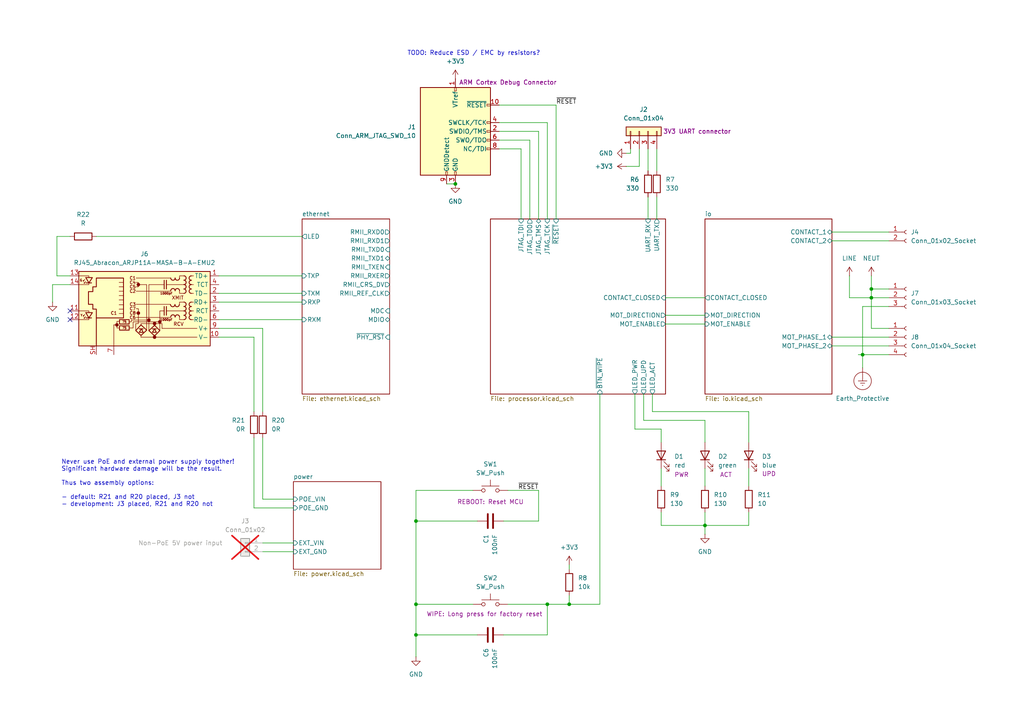
<source format=kicad_sch>
(kicad_sch (version 20250114) (generator "eeschema") (generator_version "9.0")
  (paper "A4")
  (title_block (title "iot-contact"))
  (lib_symbols
    (symbol "Connector:Conn_01x02_Socket" (pin_names (offset 1.016) (hide yes))
      (property "Reference" "J" (at 0 2.54 0))
      (property "Value" "Conn_01x02_Socket" (at 0 -5.08 0))
      (symbol "Conn_01x02_Socket_1_1"
        (polyline (pts (xy -1.27 0) (xy -0.508 0)) (stroke (width 0.1524)))
        (polyline (pts (xy -1.27 -2.54) (xy -0.508 -2.54)) (stroke (width 0.1524)))
        (arc (start 0 -0.508) (mid -0.5058 0) (end 0 0.508) (stroke (width 0.1524)))
        (arc (start 0 -3.048) (mid -0.5058 -2.54) (end 0 -2.032) (stroke (width 0.1524)))
        (pin passive line (at -5.08 0 0) (length 3.81) (name "Pin_1") (number "1"))
        (pin passive line (at -5.08 -2.54 0) (length 3.81) (name "Pin_2") (number "2"))
      )
    )
    (symbol "Connector:Conn_01x03_Socket" (pin_names (offset 1.016) (hide yes))
      (property "Reference" "J" (at 0 5.08 0))
      (property "Value" "Conn_01x03_Socket" (at 0 -5.08 0))
      (symbol "Conn_01x03_Socket_1_1"
        (polyline (pts (xy -1.27 2.54) (xy -0.508 2.54)) (stroke (width 0.1524)))
        (polyline (pts (xy -1.27 0) (xy -0.508 0)) (stroke (width 0.1524)))
        (polyline (pts (xy -1.27 -2.54) (xy -0.508 -2.54)) (stroke (width 0.1524)))
        (arc (start 0 2.032) (mid -0.5058 2.54) (end 0 3.048) (stroke (width 0.1524)))
        (arc (start 0 -0.508) (mid -0.5058 0) (end 0 0.508) (stroke (width 0.1524)))
        (arc (start 0 -3.048) (mid -0.5058 -2.54) (end 0 -2.032) (stroke (width 0.1524)))
        (pin passive line (at -5.08 2.54 0) (length 3.81) (name "Pin_1") (number "1"))
        (pin passive line (at -5.08 0 0) (length 3.81) (name "Pin_2") (number "2"))
        (pin passive line (at -5.08 -2.54 0) (length 3.81) (name "Pin_3") (number "3"))
      )
    )
    (symbol "Connector:Conn_01x04_Socket" (pin_names (offset 1.016) (hide yes))
      (property "Reference" "J" (at 0 5.08 0))
      (property "Value" "Conn_01x04_Socket" (at 0 -7.62 0))
      (symbol "Conn_01x04_Socket_1_1"
        (polyline (pts (xy -1.27 2.54) (xy -0.508 2.54)) (stroke (width 0.1524)))
        (polyline (pts (xy -1.27 0) (xy -0.508 0)) (stroke (width 0.1524)))
        (polyline (pts (xy -1.27 -2.54) (xy -0.508 -2.54)) (stroke (width 0.1524)))
        (polyline (pts (xy -1.27 -5.08) (xy -0.508 -5.08)) (stroke (width 0.1524)))
        (arc (start 0 2.032) (mid -0.5058 2.54) (end 0 3.048) (stroke (width 0.1524)))
        (arc (start 0 -0.508) (mid -0.5058 0) (end 0 0.508) (stroke (width 0.1524)))
        (arc (start 0 -3.048) (mid -0.5058 -2.54) (end 0 -2.032) (stroke (width 0.1524)))
        (arc (start 0 -5.588) (mid -0.5058 -5.08) (end 0 -4.572) (stroke (width 0.1524)))
        (pin passive line (at -5.08 2.54 0) (length 3.81) (name "Pin_1") (number "1"))
        (pin passive line (at -5.08 0 0) (length 3.81) (name "Pin_2") (number "2"))
        (pin passive line (at -5.08 -2.54 0) (length 3.81) (name "Pin_3") (number "3"))
        (pin passive line (at -5.08 -5.08 0) (length 3.81) (name "Pin_4") (number "4"))
      )
    )
    (symbol "Connector:Conn_ARM_JTAG_SWD_10" (pin_names (offset 1.016))
      (property "Reference" "J" (at -2.54 16.51 0))
      (property "Value" "Conn_ARM_JTAG_SWD_10" (at -2.54 13.97 0))
      (symbol "Conn_ARM_JTAG_SWD_10_0_1"
        (rectangle (start -10.16 12.7) (end 10.16 -12.7) (stroke (width 0.254)) (fill (type background)))
        (rectangle (start -2.794 -12.7) (end -2.286 -11.684))
        (rectangle (start -0.254 12.7) (end 0.254 11.684))
        (rectangle (start -0.254 -12.7) (end 0.254 -11.684))
        (rectangle (start 9.144 2.286) (end 10.16 2.794))
        (rectangle (start 10.16 7.874) (end 9.144 7.366))
        (rectangle (start 10.16 -0.254) (end 9.144 0.254))
        (rectangle (start 10.16 -2.794) (end 9.144 -2.286))
      )
      (symbol "Conn_ARM_JTAG_SWD_10_1_1"
        (rectangle (start 9.144 -5.334) (end 10.16 -4.826))
        (pin no_connect line (at -10.16 0 0) (length 2.54) (hide yes) (name "KEY") (number "7"))
        (pin passive line (at -2.54 -15.24 90) (length 2.54) (name "GNDDetect") (number "9"))
        (pin power_in line (at 0 15.24 270) (length 2.54) (name "VTref") (number "1"))
        (pin power_in line (at 0 -15.24 90) (length 2.54) (name "GND") (number "3"))
        (pin passive line (at 0 -15.24 90) (length 2.54) (hide yes) (name "GND") (number "5"))
        (pin open_collector line (at 12.7 7.62 180) (length 2.54) (name "~{RESET}") (number "10"))
        (pin output line (at 12.7 2.54 180) (length 2.54) (name "SWCLK/TCK") (number "4"))
        (pin bidirectional line (at 12.7 0 180) (length 2.54) (name "SWDIO/TMS") (number "2"))
        (pin input line (at 12.7 -2.54 180) (length 2.54) (name "SWO/TDO") (number "6"))
        (pin output line (at 12.7 -5.08 180) (length 2.54) (name "NC/TDI") (number "8"))
      )
    )
    (symbol "Connector:RJ45_Abracon_ARJP11A-MASA-B-A-EMU2"
      (property "Reference" "J" (at 18.415 12.7 0))
      (property "Value" "RJ45_Abracon_ARJP11A-MASA-B-A-EMU2" (at -4.445 12.7 0))
      (symbol "RJ45_Abracon_ARJP11A-MASA-B-A-EMU2_0_0"
        (polyline (pts (xy -5.08 8.89) (xy -5.08 6.35)) (stroke (width 0.254)))
        (polyline (pts (xy -5.08 1.27) (xy -5.08 -1.27)) (stroke (width 0.254)))
        (polyline (pts (xy -4.445 8.89) (xy -4.445 6.35)) (stroke (width 0.254)))
        (polyline (pts (xy -4.445 1.27) (xy -4.445 -1.27)) (stroke (width 0.254)))
        (circle (center -3.175 -3.175) (radius 0.0001) (stroke (width 0.508)))
        (circle (center -1.651 -3.683) (radius 0.0001) (stroke (width 0.508)))
        (circle (center -1.651 -7.62) (radius 0.0001) (stroke (width 0.508)))
        (circle (center 0 -2.667) (radius 0.0001) (stroke (width 0.508)))
        (circle (center 3.048 7.62) (radius 0.0001) (stroke (width 0.508)))
        (circle (center 3.048 -0.635) (radius 0.0001) (stroke (width 0.508)))
        (polyline (pts (xy 3.683 8.255) (xy 3.048 8.255) (xy 3.048 6.985) (xy 3.683 6.985)))
        (polyline (pts (xy 3.683 0.635) (xy 3.048 0.635) (xy 3.048 -0.635) (xy 3.683 -0.635)))
        (polyline (pts (xy 8.636 -4.953) (xy 9.271 -4.953) (xy 9.271 -3.048) (xy 8.636 -3.048)))
        (polyline (pts (xy 9.271 -4.064) (xy 10.16 -4.064)))
        (circle (center 9.271 -4.064) (radius 0.0001) (stroke (width 0.508)))
        (polyline (pts (xy 17.399 9.652) (xy 17.399 10.16) (xy 20.32 10.16)))
        (polyline (pts (xy 17.399 -0.508) (xy 17.399 0) (xy 20.32 0)))
        (polyline (pts (xy 20.32 7.62) (xy 17.399 7.62) (xy 17.399 8.128)))
        (polyline (pts (xy 20.32 -2.54) (xy 17.399 -2.54) (xy 17.399 -2.032)))
        (text "XMIT" (at -10.16 3.81 0) (effects (font (size 1.016 1.016)) (justify left)))
        (text "RCV" (at -10.16 -3.81 0) (effects (font (size 1.016 1.016)) (justify left)))
        (text "C1" (at 4.699 9.525 0) (effects (font (size 0.889 0.889))))
        (text "C4" (at 4.699 8.255 0) (effects (font (size 0.889 0.889))))
        (text "C5" (at 4.699 6.985 0) (effects (font (size 0.889 0.889))))
        (text "C2" (at 4.699 5.715 0) (effects (font (size 0.889 0.889))))
        (text "C3" (at 4.699 1.905 0) (effects (font (size 0.889 0.889))))
        (text "C7" (at 4.699 0.635 0) (effects (font (size 0.889 0.889))))
        (text "C8" (at 4.699 -0.635 0) (effects (font (size 0.889 0.889))))
        (text "C6" (at 4.699 -1.905 0) (effects (font (size 0.889 0.889))))
        (text "C1" (at 10.16 -0.635 0) (effects (font (size 0.889 0.889))))
      )
      (symbol "RJ45_Abracon_ARJP11A-MASA-B-A-EMU2_0_1"
        (rectangle (start -17.78 11.43) (end 20.32 -10.16) (stroke (width 0.254)) (fill (type background)))
        (polyline (pts (xy -12.3163 10.16) (xy -12.9513 10.16)))
        (polyline (pts (xy -12.3163 7.62) (xy -12.9513 7.62)))
        (polyline (pts (xy -12.3163 5.08) (xy -12.9513 5.08)))
        (polyline (pts (xy -12.3163 2.54) (xy -12.9513 2.54)))
        (polyline (pts (xy -12.3163 0) (xy -12.9513 0)))
        (polyline (pts (xy -12.3163 -2.54) (xy -12.9513 -2.54)))
        (polyline (pts (xy -10.16 10.16) (xy -8.89 10.16) (xy -8.89 9.525)))
        (polyline (pts (xy -10.16 2.54) (xy -8.89 2.54) (xy -8.89 1.905)))
        (polyline (pts (xy -8.89 5.715) (xy -8.89 5.08) (xy -10.16 5.08)))
        (polyline (pts (xy -8.89 -1.905) (xy -8.89 -2.54) (xy -10.16 -2.54)))
        (polyline (pts (xy -6.35 9.525) (xy 3.683 9.525)))
        (polyline (pts (xy -6.35 5.715) (xy 3.683 5.715)))
        (polyline (pts (xy -6.35 -1.905) (xy 3.683 -1.905)))
        (polyline (pts (xy -6.223 1.905) (xy 3.683 1.905)))
        (polyline (pts (xy -5.08 7.62) (xy -10.16 7.62)))
        (polyline (pts (xy -5.08 0) (xy -10.16 0)))
        (polyline (pts (xy -4.445 7.62) (xy 0 7.62) (xy 0 -5.715)))
        (polyline (pts (xy -4.445 0) (xy -3.175 0) (xy -3.175 -5.715)))
        (polyline (pts (xy 7.366 5.715) (xy 8.636 5.715)))
        (polyline (pts (xy 7.366 4.445) (xy 8.636 4.445)))
        (polyline (pts (xy 7.366 3.175) (xy 8.636 3.175)))
        (polyline (pts (xy 7.366 1.778) (xy 8.636 1.778)))
        (polyline (pts (xy 7.366 0.508) (xy 8.636 0.508)))
        (polyline (pts (xy 8.636 8.255) (xy 7.366 8.255)))
        (polyline (pts (xy 8.636 6.985) (xy 7.366 6.985)))
        (polyline (pts (xy 8.636 -0.762) (xy 7.366 -0.762)))
      )
      (symbol "RJ45_Abracon_ARJP11A-MASA-B-A-EMU2_1_0"
        (text "1000pF" (at -5.08 5.08 0) (effects (font (size 0.635 0.635))))
        (text "1000pF" (at -5.08 -2.54 0) (effects (font (size 0.635 0.635))))
      )
      (symbol "RJ45_Abracon_ARJP11A-MASA-B-A-EMU2_1_1"
        (polyline (pts (xy -13.97 -5.08) (xy -3.81 -5.08)))
        (polyline (pts (xy -13.97 -7.62) (xy 2.286 -7.62)))
        (arc (start -12.3163 2.54) (mid -11.684 1.905) (end -12.3163 1.27) (stroke (width 0.254)))
        (arc (start -12.3136 10.16) (mid -11.6813 9.525) (end -12.3136 8.89) (stroke (width 0.254)))
        (arc (start -12.3136 1.27) (mid -11.6813 0.635) (end -12.3136 0) (stroke (width 0.254)))
        (arc (start -12.3136 0) (mid -11.6813 -0.635) (end -12.3136 -1.27) (stroke (width 0.254)))
        (arc (start -12.3136 -1.27) (mid -11.6813 -1.905) (end -12.3136 -2.54) (stroke (width 0.254)))
        (arc (start -12.3109 8.89) (mid -11.6786 8.255) (end -12.3109 7.62) (stroke (width 0.254)))
        (arc (start -12.3109 7.62) (mid -11.6786 6.985) (end -12.3109 6.35) (stroke (width 0.254)))
        (arc (start -12.3109 6.35) (mid -11.6786 5.715) (end -12.3109 5.08) (stroke (width 0.254)))
        (arc (start -10.1654 8.89) (mid -10.7977 9.525) (end -10.1654 10.16) (stroke (width 0.254)))
        (arc (start -10.1654 7.62) (mid -10.7977 8.255) (end -10.1654 8.89) (stroke (width 0.254)))
        (arc (start -10.1654 6.35) (mid -10.7977 6.985) (end -10.1654 7.62) (stroke (width 0.254)))
        (arc (start -10.1654 1.27) (mid -10.7977 1.905) (end -10.1654 2.54) (stroke (width 0.254)))
        (arc (start -10.1654 0) (mid -10.7977 0.635) (end -10.1654 1.27) (stroke (width 0.254)))
        (arc (start -10.1654 -1.27) (mid -10.7977 -0.635) (end -10.1654 0) (stroke (width 0.254)))
        (arc (start -10.1627 5.08) (mid -10.795 5.715) (end -10.1627 6.35) (stroke (width 0.254)))
        (arc (start -10.1627 -2.54) (mid -10.795 -1.905) (end -10.1627 -1.27) (stroke (width 0.254)))
        (arc (start -7.62 9.5223) (mid -8.255 8.89) (end -8.89 9.5223) (stroke (width 0.254)))
        (arc (start -8.89 5.8447) (mid -8.255 6.477) (end -7.62 5.8447) (stroke (width 0.254)))
        (arc (start -8.89 -1.7753) (mid -8.255 -1.143) (end -7.62 -1.7753) (stroke (width 0.254)))
        (arc (start -7.5565 1.8388) (mid -8.1915 1.2065) (end -8.8265 1.8388) (stroke (width 0.254)))
        (arc (start -6.35 9.525) (mid -6.985 8.8927) (end -7.62 9.525) (stroke (width 0.254)))
        (arc (start -7.62 5.8474) (mid -6.985 6.4797) (end -6.35 5.8474) (stroke (width 0.254)))
        (arc (start -7.62 -1.7726) (mid -6.985 -1.1403) (end -6.35 -1.7726) (stroke (width 0.254)))
        (arc (start -6.2865 1.8415) (mid -6.9215 1.2092) (end -7.5565 1.8415) (stroke (width 0.254)))
        (polyline (pts (xy -3.81 -5.08) (xy -3.81 -3.683) (xy -1.651 -3.683)))
        (polyline (pts (xy -2.159 -5.207) (xy -1.016 -5.207)) (stroke (width 0.254)))
        (polyline (pts (xy -2.159 -6.223) (xy -1.016 -6.223) (xy -1.651 -5.207) (xy -2.159 -6.223)) (stroke (width 0.254)))
        (polyline (pts (xy -1.905 -3.683) (xy -1.651 -3.683) (xy -1.651 -4.191)))
        (polyline (pts (xy -1.651 -3.683) (xy 2.286 -3.683) (xy 2.286 -4.064)))
        (polyline (pts (xy -1.651 -4.191) (xy -3.175 -5.715) (xy -1.651 -7.239) (xy 0 -5.715) (xy -1.651 -4.191)) (stroke (width 0.254)))
        (polyline (pts (xy -1.651 -7.239) (xy -1.651 -7.493)))
        (polyline (pts (xy 1.651 -5.207) (xy 2.794 -5.207)) (stroke (width 0.254)))
        (polyline (pts (xy 1.651 -6.223) (xy 2.794 -6.223) (xy 2.159 -5.207) (xy 1.651 -6.223)) (stroke (width 0.254)))
        (polyline (pts (xy 2.286 -4.064) (xy 0.635 -5.588) (xy 2.286 -7.112) (xy 3.81 -5.715) (xy 2.286 -4.064)) (stroke (width 0.254)))
        (polyline (pts (xy 2.286 -7.112) (xy 2.286 -7.62)))
        (polyline (pts (xy 3.048 7.62) (xy 0.635 7.62) (xy 0.635 -5.588)))
        (polyline (pts (xy 3.048 -0.508) (xy 3.048 -3.683) (xy 3.81 -3.683) (xy 3.81 -5.715)))
        (polyline (pts (xy 5.715 -3.175) (xy 5.08 -3.175) (xy 5.08 -2.667) (xy 0 -2.667)))
        (polyline (pts (xy 5.715 -4.953) (xy 4.572 -4.953) (xy 4.572 -3.175) (xy -3.175 -3.175)))
        (polyline (pts (xy 7.366 -2.032) (xy 7.366 9.525) (xy 15.24 9.525) (xy 15.24 6.985) (xy 16.256 6.985) (xy 16.256 5.588) (xy 17.526 5.588) (xy 17.526 1.905) (xy 16.256 1.905) (xy 16.256 0.508) (xy 15.24 0.508) (xy 15.24 -2.032) (xy 7.366 -2.032)) (stroke (width 0.254)))
        (rectangle (start 8.509 -3.81) (end 5.715 -2.54) (stroke (width 0.254)))
        (rectangle (start 8.509 -5.588) (end 5.715 -4.318) (stroke (width 0.254)))
        (polyline (pts (xy 10.16 -4.064) (xy 10.16 -10.16)))
        (polyline (pts (xy 15.24 -10.16) (xy 15.24 -2.032)) (stroke (width 0.254)))
        (polyline (pts (xy 18.161 8.128) (xy 16.637 8.128)) (stroke (width 0.254)))
        (polyline (pts (xy 18.161 -2.032) (xy 16.637 -2.032)) (stroke (width 0.254)))
        (polyline (pts (xy 18.288 9.652) (xy 16.383 9.652) (xy 17.399 8.128) (xy 18.288 9.652)) (stroke (width 0.254)))
        (polyline (pts (xy 18.288 8.509) (xy 18.796 8.001) (xy 18.542 8.001)))
        (polyline (pts (xy 18.288 -0.508) (xy 16.383 -0.508) (xy 17.399 -2.032) (xy 18.288 -0.508)) (stroke (width 0.254)))
        (polyline (pts (xy 18.288 -1.651) (xy 18.796 -2.159) (xy 18.542 -2.159)))
        (polyline (pts (xy 18.542 9.144) (xy 19.05 8.636) (xy 18.796 8.636)))
        (polyline (pts (xy 18.542 -1.016) (xy 19.05 -1.524) (xy 18.796 -1.524)))
        (polyline (pts (xy 18.796 8.001) (xy 18.796 8.255)))
        (polyline (pts (xy 18.796 -2.159) (xy 18.796 -1.905)))
        (polyline (pts (xy 19.05 8.636) (xy 19.05 8.89)))
        (polyline (pts (xy 19.05 -1.524) (xy 19.05 -1.27)))
        (text "75" (at 7.112 -3.175 0) (effects (font (size 0.635 0.635))))
        (text "75" (at 7.112 -4.953 0) (effects (font (size 0.635 0.635))))
        (text "Y" (at 19.558 -1.27 0) (effects (font (size 0.635 0.635))))
        (text "G" (at 19.685 8.89 0) (effects (font (size 0.635 0.635))))
        (pin passive line (at -20.32 10.16 0) (length 2.54) (name "TD+") (number "1"))
        (pin passive line (at -20.32 7.62 0) (length 2.54) (name "TCT") (number "4"))
        (pin passive line (at -20.32 5.08 0) (length 2.54) (name "TD-") (number "2"))
        (pin passive line (at -20.32 2.54 0) (length 2.54) (name "RD+") (number "3"))
        (pin passive line (at -20.32 0 0) (length 2.54) (name "RCT") (number "5"))
        (pin passive line (at -20.32 -2.54 0) (length 2.54) (name "RD-") (number "6"))
        (pin power_out line (at -20.32 -5.08 0) (length 2.54) (name "V+") (number "9"))
        (pin power_out line (at -20.32 -7.62 0) (length 2.54) (name "V-") (number "10"))
        (pin power_in line (at 10.16 -12.7 90) (length 2.54) (name "") (number "7"))
        (pin passive line (at 15.24 -12.7 90) (length 2.54) (name "") (number "SH"))
        (pin no_connect line (at 20.32 5.08 0) (length 0) (hide yes) (name "NC") (number "8"))
        (pin passive line (at 22.86 10.16 180) (length 2.54) (name "") (number "13"))
        (pin passive line (at 22.86 7.62 180) (length 2.54) (name "") (number "14"))
        (pin passive line (at 22.86 0 180) (length 2.54) (name "") (number "11"))
        (pin passive line (at 22.86 -2.54 180) (length 2.54) (name "") (number "12"))
      )
    )
    (symbol "Connector_Generic:Conn_01x02" (pin_names (offset 1.016) (hide yes))
      (property "Reference" "J" (at 0 2.54 0))
      (property "Value" "Conn_01x02" (at 0 -5.08 0))
      (symbol "Conn_01x02_1_1"
        (rectangle (start -1.27 1.27) (end 1.27 -3.81) (stroke (width 0.254)) (fill (type background)))
        (rectangle (start -1.27 0.127) (end 0 -0.127) (stroke (width 0.1524)))
        (rectangle (start -1.27 -2.413) (end 0 -2.667) (stroke (width 0.1524)))
        (pin passive line (at -5.08 0 0) (length 3.81) (name "Pin_1") (number "1"))
        (pin passive line (at -5.08 -2.54 0) (length 3.81) (name "Pin_2") (number "2"))
      )
    )
    (symbol "Connector_Generic:Conn_01x04" (pin_names (offset 1.016) (hide yes))
      (property "Reference" "J" (at 0 5.08 0))
      (property "Value" "Conn_01x04" (at 0 -7.62 0))
      (symbol "Conn_01x04_1_1"
        (rectangle (start -1.27 3.81) (end 1.27 -6.35) (stroke (width 0.254)) (fill (type background)))
        (rectangle (start -1.27 2.667) (end 0 2.413) (stroke (width 0.1524)))
        (rectangle (start -1.27 0.127) (end 0 -0.127) (stroke (width 0.1524)))
        (rectangle (start -1.27 -2.413) (end 0 -2.667) (stroke (width 0.1524)))
        (rectangle (start -1.27 -4.953) (end 0 -5.207) (stroke (width 0.1524)))
        (pin passive line (at -5.08 2.54 0) (length 3.81) (name "Pin_1") (number "1"))
        (pin passive line (at -5.08 0 0) (length 3.81) (name "Pin_2") (number "2"))
        (pin passive line (at -5.08 -2.54 0) (length 3.81) (name "Pin_3") (number "3"))
        (pin passive line (at -5.08 -5.08 0) (length 3.81) (name "Pin_4") (number "4"))
      )
    )
    (symbol "Device:C" (pin_numbers (hide yes)) (pin_names (offset 0.254))
      (property "Reference" "C" (at 0.635 2.54 0))
      (property "Value" "C" (at 0.635 -2.54 0))
      (symbol "C_0_1"
        (polyline (pts (xy -2.032 0.762) (xy 2.032 0.762)) (stroke (width 0.508)))
        (polyline (pts (xy -2.032 -0.762) (xy 2.032 -0.762)) (stroke (width 0.508)))
      )
      (symbol "C_1_1"
        (pin passive line (at 0 3.81 270) (length 2.794) (name "~") (number "1"))
        (pin passive line (at 0 -3.81 90) (length 2.794) (name "~") (number "2"))
      )
    )
    (symbol "Device:LED" (pin_numbers (hide yes)) (pin_names (offset 1.016) (hide yes))
      (property "Reference" "D" (at 0 2.54 0))
      (property "Value" "LED" (at 0 -2.54 0))
      (symbol "LED_0_1"
        (polyline (pts (xy -3.048 -0.762) (xy -4.572 -2.286) (xy -3.81 -2.286) (xy -4.572 -2.286) (xy -4.572 -1.524)))
        (polyline (pts (xy -1.778 -0.762) (xy -3.302 -2.286) (xy -2.54 -2.286) (xy -3.302 -2.286) (xy -3.302 -1.524)))
        (polyline (pts (xy -1.27 0) (xy 1.27 0)))
        (polyline (pts (xy -1.27 -1.27) (xy -1.27 1.27)) (stroke (width 0.254)))
        (polyline (pts (xy 1.27 -1.27) (xy 1.27 1.27) (xy -1.27 0) (xy 1.27 -1.27)) (stroke (width 0.254)))
      )
      (symbol "LED_1_1"
        (pin passive line (at -3.81 0 0) (length 2.54) (name "K") (number "1"))
        (pin passive line (at 3.81 0 180) (length 2.54) (name "A") (number "2"))
      )
    )
    (symbol "Device:R" (pin_numbers (hide yes)) (pin_names (offset 0))
      (property "Reference" "R" (at 2.032 0 90))
      (property "Value" "R" (at 0 0 90))
      (symbol "R_0_1"
        (rectangle (start -1.016 -2.54) (end 1.016 2.54) (stroke (width 0.254)))
      )
      (symbol "R_1_1"
        (pin passive line (at 0 3.81 270) (length 1.27) (name "~") (number "1"))
        (pin passive line (at 0 -3.81 90) (length 1.27) (name "~") (number "2"))
      )
    )
    (symbol "Switch:SW_Push" (pin_numbers (hide yes)) (pin_names (offset 1.016) (hide yes))
      (property "Reference" "SW" (at 1.27 2.54 0))
      (property "Value" "SW_Push" (at 0 -1.524 0))
      (symbol "SW_Push_0_1"
        (circle (center -2.032 0) (radius 0.508))
        (polyline (pts (xy 0 1.27) (xy 0 3.048)))
        (circle (center 2.032 0) (radius 0.508))
        (polyline (pts (xy 2.54 1.27) (xy -2.54 1.27)))
        (pin passive line (at -5.08 0 0) (length 2.54) (name "1") (number "1"))
        (pin passive line (at 5.08 0 180) (length 2.54) (name "2") (number "2"))
      )
    )
    (symbol "power:+3V3" (power) (pin_numbers (hide yes)) (pin_names (offset 0) (hide yes))
      (property "Value" "+3V3" (at 0 3.556 0))
      (symbol "+3V3_0_1"
        (polyline (pts (xy -0.762 1.27) (xy 0 2.54)))
        (polyline (pts (xy 0 2.54) (xy 0.762 1.27)))
        (polyline (pts (xy 0 0) (xy 0 2.54)))
      )
      (symbol "+3V3_1_1"
        (pin power_in line (at 0 0 90) (length 0) (name "~") (number "1"))
      )
    )
    (symbol "power:Earth_Protective" (power) (pin_numbers (hide yes)) (pin_names (offset 0) (hide yes))
      (property "Value" "Earth_Protective" (at 0 -7.62 0))
      (symbol "Earth_Protective_0_1"
        (polyline (pts (xy -0.635 -4.445) (xy 0.635 -4.445)))
        (polyline (pts (xy -0.127 -5.08) (xy 0.127 -5.08)))
        (polyline (pts (xy 0 -3.81) (xy 0 0)))
        (circle (center 0 -3.81) (radius 2.54))
        (polyline (pts (xy 1.27 -3.81) (xy -1.27 -3.81)))
      )
      (symbol "Earth_Protective_1_1"
        (pin power_in line (at 0 0 270) (length 0) (name "~") (number "1"))
      )
    )
    (symbol "power:GND" (power) (pin_numbers (hide yes)) (pin_names (offset 0) (hide yes))
      (property "Value" "GND" (at 0 -3.81 0))
      (symbol "GND_0_1"
        (polyline (pts (xy 0 0) (xy 0 -1.27) (xy 1.27 -1.27) (xy 0 -2.54) (xy -1.27 -1.27) (xy 0 -1.27)))
      )
      (symbol "GND_1_1"
        (pin power_in line (at 0 0 270) (length 0) (name "~") (number "1"))
      )
    )
    (symbol "power:LINE" (power) (pin_numbers (hide yes)) (pin_names (offset 0) (hide yes))
      (property "Value" "LINE" (at 0 3.556 0))
      (symbol "LINE_0_1"
        (polyline (pts (xy -0.762 1.27) (xy 0 2.54)))
        (polyline (pts (xy 0 2.54) (xy 0.762 1.27)))
        (polyline (pts (xy 0 0) (xy 0 2.54)))
      )
      (symbol "LINE_1_1"
        (pin power_in line (at 0 0 90) (length 0) (name "~") (number "1"))
      )
    )
    (symbol "power:NEUT" (power) (pin_numbers (hide yes)) (pin_names (offset 0) (hide yes))
      (property "Value" "NEUT" (at 0 3.556 0))
      (symbol "NEUT_0_1"
        (polyline (pts (xy -0.762 1.27) (xy 0 2.54)))
        (polyline (pts (xy 0 2.54) (xy 0.762 1.27)))
        (polyline (pts (xy 0 0) (xy 0 2.54)))
      )
      (symbol "NEUT_1_1"
        (pin power_in line (at 0 0 90) (length 0) (name "~") (number "1"))
      )
    )
  )
  (text "Never use PoE and external power supply together!\nSignificant hardware damage will be the result.\n\nThus two assembly options:\n\n- default: R21 and R20 placed, J3 not\n- development: J3 placed, R21 and R20 not" (at 17.78 140.208 0) (effects (font (size 1.27 1.27)) (justify left)))
  (text "TODO: Reduce ESD / EMC by resistors?" (at 137.414 15.494 0) (effects (font (size 1.27 1.27))))
  (junction (at 120.65 184.15))
  (junction (at 250.19 102.87))
  (junction (at 120.65 175.26))
  (junction (at 204.47 152.4))
  (junction (at 165.1 175.26))
  (junction (at 120.65 151.13))
  (junction (at 158.75 175.26))
  (junction (at 252.73 86.36))
  (junction (at 252.73 83.82))
  (junction (at 132.08 53.34))
  (no_connect (at 20.32 90.17))
  (no_connect (at 20.32 92.71))
  (wire (pts (xy 204.47 152.4) (xy 204.47 154.94)))
  (wire (pts (xy 153.67 40.64) (xy 153.67 63.5)))
  (wire (pts (xy 190.5 57.15) (xy 190.5 63.5)))
  (wire (pts (xy 120.65 175.26) (xy 137.16 175.26)))
  (wire (pts (xy 120.65 175.26) (xy 120.65 184.15)))
  (wire (pts (xy 241.3 97.79) (xy 257.81 97.79)))
  (wire (pts (xy 257.81 95.25) (xy 252.73 95.25)))
  (wire (pts (xy 76.2 127) (xy 76.2 144.78)))
  (wire (pts (xy 250.19 102.87) (xy 248.92 102.87)))
  (wire (pts (xy 241.3 67.31) (xy 257.81 67.31)))
  (wire (pts (xy 146.05 151.13) (xy 156.21 151.13)))
  (wire (pts (xy 185.42 48.26) (xy 181.61 48.26)))
  (wire (pts (xy 158.75 184.15) (xy 158.75 175.26)))
  (wire (pts (xy 252.73 86.36) (xy 257.81 86.36)))
  (wire (pts (xy 147.32 175.26) (xy 158.75 175.26)))
  (wire (pts (xy 191.77 148.59) (xy 191.77 152.4)))
  (wire (pts (xy 252.73 95.25) (xy 252.73 86.36)))
  (wire (pts (xy 20.32 82.55) (xy 15.24 82.55)))
  (wire (pts (xy 144.78 35.56) (xy 158.75 35.56)))
  (wire (pts (xy 165.1 175.26) (xy 158.75 175.26)))
  (wire (pts (xy 193.04 86.36) (xy 204.47 86.36)))
  (wire (pts (xy 144.78 30.48) (xy 161.29 30.48)))
  (wire (pts (xy 246.38 86.36) (xy 252.73 86.36)))
  (wire (pts (xy 161.29 30.48) (xy 161.29 63.5)))
  (wire (pts (xy 16.51 68.58) (xy 16.51 80.01)))
  (wire (pts (xy 173.99 114.3) (xy 173.99 175.26)))
  (wire (pts (xy 27.94 68.58) (xy 87.63 68.58)))
  (wire (pts (xy 120.65 142.24) (xy 120.65 151.13)))
  (wire (pts (xy 191.77 152.4) (xy 204.47 152.4)))
  (wire (pts (xy 241.3 69.85) (xy 257.81 69.85)))
  (wire (pts (xy 129.54 53.34) (xy 132.08 53.34)))
  (wire (pts (xy 16.51 80.01) (xy 20.32 80.01)))
  (wire (pts (xy 189.23 114.3) (xy 189.23 119.38)))
  (wire (pts (xy 144.78 40.64) (xy 153.67 40.64)))
  (wire (pts (xy 73.66 97.79) (xy 73.66 119.38)))
  (wire (pts (xy 181.61 44.45) (xy 182.88 44.45)))
  (wire (pts (xy 252.73 83.82) (xy 257.81 83.82)))
  (wire (pts (xy 187.96 57.15) (xy 187.96 63.5)))
  (wire (pts (xy 63.5 95.25) (xy 76.2 95.25)))
  (wire (pts (xy 120.65 151.13) (xy 120.65 175.26)))
  (wire (pts (xy 63.5 92.71) (xy 87.63 92.71)))
  (wire (pts (xy 184.15 124.46) (xy 184.15 114.3)))
  (wire (pts (xy 250.19 102.87) (xy 250.19 88.9)))
  (wire (pts (xy 185.42 43.18) (xy 185.42 48.26)))
  (wire (pts (xy 252.73 83.82) (xy 252.73 86.36)))
  (wire (pts (xy 217.17 135.89) (xy 217.17 140.97)))
  (wire (pts (xy 144.78 43.18) (xy 151.13 43.18)))
  (wire (pts (xy 120.65 151.13) (xy 138.43 151.13)))
  (wire (pts (xy 165.1 163.83) (xy 165.1 165.1)))
  (wire (pts (xy 187.96 43.18) (xy 187.96 49.53)))
  (wire (pts (xy 165.1 172.72) (xy 165.1 175.26)))
  (wire (pts (xy 182.88 44.45) (xy 182.88 43.18)))
  (wire (pts (xy 120.65 184.15) (xy 120.65 190.5)))
  (wire (pts (xy 76.2 160.02) (xy 85.09 160.02)))
  (wire (pts (xy 156.21 38.1) (xy 156.21 63.5)))
  (wire (pts (xy 73.66 127) (xy 73.66 147.32)))
  (wire (pts (xy 189.23 119.38) (xy 217.17 119.38)))
  (wire (pts (xy 63.5 97.79) (xy 73.66 97.79)))
  (wire (pts (xy 190.5 43.18) (xy 190.5 49.53)))
  (wire (pts (xy 193.04 91.44) (xy 204.47 91.44)))
  (wire (pts (xy 217.17 152.4) (xy 204.47 152.4)))
  (wire (pts (xy 76.2 144.78) (xy 85.09 144.78)))
  (wire (pts (xy 173.99 175.26) (xy 165.1 175.26)))
  (wire (pts (xy 158.75 35.56) (xy 158.75 63.5)))
  (wire (pts (xy 246.38 80.01) (xy 246.38 86.36)))
  (wire (pts (xy 186.69 114.3) (xy 186.69 121.92)))
  (wire (pts (xy 63.5 80.01) (xy 87.63 80.01)))
  (wire (pts (xy 250.19 102.87) (xy 257.81 102.87)))
  (wire (pts (xy 250.19 106.68) (xy 250.19 102.87)))
  (wire (pts (xy 144.78 38.1) (xy 156.21 38.1)))
  (wire (pts (xy 250.19 88.9) (xy 257.81 88.9)))
  (wire (pts (xy 191.77 124.46) (xy 191.77 128.27)))
  (wire (pts (xy 204.47 135.89) (xy 204.47 140.97)))
  (wire (pts (xy 204.47 121.92) (xy 204.47 128.27)))
  (wire (pts (xy 252.73 80.01) (xy 252.73 83.82)))
  (wire (pts (xy 151.13 43.18) (xy 151.13 63.5)))
  (wire (pts (xy 186.69 121.92) (xy 204.47 121.92)))
  (wire (pts (xy 76.2 157.48) (xy 85.09 157.48)))
  (wire (pts (xy 120.65 142.24) (xy 137.16 142.24)))
  (wire (pts (xy 217.17 119.38) (xy 217.17 128.27)))
  (wire (pts (xy 193.04 93.98) (xy 204.47 93.98)))
  (wire (pts (xy 191.77 124.46) (xy 184.15 124.46)))
  (wire (pts (xy 73.66 147.32) (xy 85.09 147.32)))
  (wire (pts (xy 191.77 135.89) (xy 191.77 140.97)))
  (wire (pts (xy 241.3 100.33) (xy 257.81 100.33)))
  (wire (pts (xy 204.47 148.59) (xy 204.47 152.4)))
  (wire (pts (xy 147.32 142.24) (xy 156.21 142.24)))
  (wire (pts (xy 20.32 68.58) (xy 16.51 68.58)))
  (wire (pts (xy 146.05 184.15) (xy 158.75 184.15)))
  (wire (pts (xy 15.24 82.55) (xy 15.24 87.63)))
  (wire (pts (xy 76.2 95.25) (xy 76.2 119.38)))
  (wire (pts (xy 217.17 148.59) (xy 217.17 152.4)))
  (wire (pts (xy 138.43 184.15) (xy 120.65 184.15)))
  (wire (pts (xy 63.5 85.09) (xy 87.63 85.09)))
  (wire (pts (xy 156.21 151.13) (xy 156.21 142.24)))
  (wire (pts (xy 63.5 87.63) (xy 87.63 87.63)))
  (label "~{RESET}" (at 161.29 30.48 0))
  (label "~{RESET}" (at 156.21 142.24 180))
  (symbol (lib_id "Device:R") (at 217.17 144.78 0) (unit 1)
    (property "Reference" "R11" (at 219.71 143.5099 0) (effects (justify left)))
    (property "Value" "10" (at 219.71 146.0499 0) (effects (justify left)))
    (property "Description" "Resistor" (effects (hide yes)))
  )
  (symbol (lib_id "Connector:RJ45_Abracon_ARJP11A-MASA-B-A-EMU2") (at 43.18 90.17 0) (mirror y) (unit 1)
    (property "Reference" "J6" (at 41.91 73.66 0))
    (property "Value" "RJ45_Abracon_ARJP11A-MASA-B-A-EMU2" (at 41.91 76.2 0))
    (property "Footprint" "Connector_RJ:RJ45_Abracon_ARJP11A-MA_Horizontal" (effects (hide yes)))
    (property "Datasheet" "https://abracon.com/Magnetics/lan/ARJP11A.PDF" (effects (hide yes)))
    (property "Description" "RJ45 PoE 10/100 Base-TX Jack with Magnetic Module" (effects (hide yes)))
  )
  (symbol (lib_id "Switch:SW_Push") (at 142.24 142.24 0) (mirror y) (unit 1)
    (property "Reference" "SW1" (at 142.24 134.62 0))
    (property "Value" "SW_Push" (at 142.24 137.16 0))
    (property "Footprint" "Button_Switch_SMD:SW_SPST_TL3305B" (effects (hide yes)))
    (property "Datasheet" "https://www.e-switch.com/wp-content/uploads/2024/08/TL3305.pdf" (effects (hide yes)))
    (property "Description" "REBOOT: Reset MCU" (at 132.588 145.542 0) (effects (justify right)))
    (property "MPN" "TL3305BF260QG" (effects (hide yes)))
    (property "Manufacturer" "E-Switch" (effects (hide yes)))
  )
  (symbol (lib_id "Connector:Conn_01x04_Socket") (at 262.89 97.79 0) (unit 1)
    (property "Reference" "J8" (at 264.16 97.7899 0) (effects (justify left)))
    (property "Value" "Conn_01x04_Socket" (at 264.16 100.3299 0) (effects (justify left)))
    (property "Footprint" "TerminalBlock_WAGO:TerminalBlock_WAGO_236-404_1x04_P5.00mm_45Degree" (effects (hide yes)))
    (property "Description" "Generic connector, single row, 01x04, script generated" (effects (hide yes)))
  )
  (symbol (lib_id "Device:R") (at 76.2 123.19 0) (unit 1)
    (property "Reference" "R20" (at 78.74 121.9199 0) (effects (justify left)))
    (property "Value" "0R" (at 78.74 124.4599 0) (effects (justify left)))
    (property "Description" "Resistor" (effects (hide yes)))
  )
  (symbol (lib_id "Device:R") (at 190.5 53.34 0) (unit 1)
    (property "Reference" "R7" (at 193.04 52.0699 0) (effects (justify left)))
    (property "Value" "330" (at 193.04 54.6099 0) (effects (justify left)))
    (property "Description" "Resistor" (effects (hide yes)))
  )
  (symbol (lib_id "Switch:SW_Push") (at 142.24 175.26 0) (mirror y) (unit 1)
    (property "Reference" "SW2" (at 142.24 167.64 0))
    (property "Value" "SW_Push" (at 142.24 170.18 0))
    (property "Footprint" "Button_Switch_SMD:SW_SPST_TL3305B" (effects (hide yes)))
    (property "Datasheet" "https://www.e-switch.com/wp-content/uploads/2024/08/TL3305.pdf" (effects (hide yes)))
    (property "Description" "WIPE: Long press for factory reset" (at 123.698 178.054 0) (effects (justify right)))
    (property "MPN" "TL3305BF260QG" (effects (hide yes)))
    (property "Manufacturer" "E-Switch" (effects (hide yes)))
  )
  (symbol (lib_id "Device:LED") (at 217.17 132.08 90) (unit 1)
    (property "Reference" "D3" (at 220.98 132.3974 90) (effects (justify right)))
    (property "Value" "blue" (at 220.98 134.9374 90) (effects (justify right)))
    (property "Footprint" "LED_SMD:LED_1206_3216Metric" (effects (hide yes)))
    (property "Datasheet" "https://s3-us-west-2.amazonaws.com/catsy.557/Dialight_CBI_data_598-1206_Apr2018.pdf" (effects (hide yes)))
    (property "Description" "UPD" (at 220.98 137.414 90) (effects (justify right)))
    (property "MPN" "598-8291-107F" (effects (hide yes)))
    (property "Manufacturer" "Dialight" (effects (hide yes)))
  )
  (symbol (lib_id "Connector_Generic:Conn_01x04") (at 185.42 38.1 90) (unit 1)
    (property "Reference" "J2" (at 186.69 31.75 90))
    (property "Value" "Conn_01x04" (at 186.69 34.29 90))
    (property "Footprint" "Connector_PinHeader_2.54mm:PinHeader_1x04_P2.54mm_Vertical" (effects (hide yes)))
    (property "Description" "3V3 UART connector" (at 202.184 38.1 90))
  )
  (symbol (lib_id "Device:R") (at 73.66 123.19 0) (unit 1)
    (property "Reference" "R21" (at 71.12 121.9199 0) (effects (justify right)))
    (property "Value" "0R" (at 71.12 124.4599 0) (effects (justify right)))
    (property "Description" "Resistor" (effects (hide yes)))
  )
  (symbol (lib_id "Connector:Conn_01x03_Socket") (at 262.89 86.36 0) (unit 1)
    (property "Reference" "J7" (at 264.16 85.0899 0) (effects (justify left)))
    (property "Value" "Conn_01x03_Socket" (at 264.16 87.6299 0) (effects (justify left)))
    (property "Footprint" "TerminalBlock_WAGO:TerminalBlock_WAGO_236-403_1x03_P5.00mm_45Degree" (effects (hide yes)))
    (property "Description" "Generic connector, single row, 01x03, script generated" (effects (hide yes)))
  )
  (symbol (lib_id "Device:R") (at 165.1 168.91 0) (unit 1)
    (property "Reference" "R8" (at 167.64 167.6399 0) (effects (justify left)))
    (property "Value" "10k" (at 167.64 170.1799 0) (effects (justify left)))
    (property "Description" "Resistor" (effects (hide yes)))
  )
  (symbol (lib_id "power:NEUT") (at 252.73 80.01 0) (unit 1)
    (property "Reference" "#PWR027" (effects (hide yes)))
    (property "Value" "NEUT" (at 252.73 74.93 0))
    (property "Description" "Power symbol creates a global label with name \"NEUT\"" (effects (hide yes)))
  )
  (symbol (lib_id "Connector:Conn_ARM_JTAG_SWD_10") (at 132.08 38.1 0) (unit 1)
    (property "Reference" "J1" (at 120.65 36.8299 0) (effects (justify right)))
    (property "Value" "Conn_ARM_JTAG_SWD_10" (at 120.65 39.3699 0) (effects (justify right)))
    (property "Datasheet" "https://mm.digikey.com/Volume0/opasdata/d220001/medias/docus/6209/ftsh-1xx-xx-xxx-dv-xxx-xxx-x-xx-mkt.pdf" (effects (hide yes)))
    (property "Description" "ARM Cortex Debug Connector" (at 147.32 23.876 0))
    (property "MPN" "FTSH-105-01-L-DV-007-K-TR" (effects (hide yes)))
    (property "Manufacturer" "samtec" (effects (hide yes)))
  )
  (symbol (lib_id "Connector_Generic:Conn_01x02") (at 71.12 157.48 0) (mirror y) (unit 1) (dnp yes)
    (property "Reference" "J3" (at 71.12 151.13 0))
    (property "Value" "Conn_01x02" (at 71.12 153.67 0))
    (property "Footprint" "Connector_PinHeader_2.54mm:PinHeader_1x02_P2.54mm_Vertical" (effects (hide yes)))
    (property "Description" "Non-PoE 5V power input" (at 52.324 157.48 0))
  )
  (symbol (lib_id "power:GND") (at 120.65 190.5 0) (unit 1)
    (property "Reference" "#PWR04" (effects (hide yes)))
    (property "Value" "GND" (at 120.65 195.58 0))
    (property "Description" "Power symbol creates a global label with name \"GND\" , ground" (effects (hide yes)))
  )
  (symbol (lib_id "power:+3V3") (at 181.61 48.26 90) (unit 1)
    (property "Reference" "#PWR06" (effects (hide yes)))
    (property "Value" "+3V3" (at 177.8 48.2599 90) (effects (justify left)))
    (property "Description" "Power symbol creates a global label with name \"+3V3\"" (effects (hide yes)))
  )
  (symbol (lib_id "power:+3V3") (at 165.1 163.83 0) (unit 1)
    (property "Reference" "#PWR013" (effects (hide yes)))
    (property "Value" "+3V3" (at 165.1 158.75 0))
    (property "Description" "Power symbol creates a global label with name \"+3V3\"" (effects (hide yes)))
  )
  (symbol (lib_id "Device:LED") (at 204.47 132.08 90) (unit 1)
    (property "Reference" "D2" (at 208.28 132.3974 90) (effects (justify right)))
    (property "Value" "green" (at 208.28 134.9374 90) (effects (justify right)))
    (property "Footprint" "LED_SMD:LED_1206_3216Metric" (effects (hide yes)))
    (property "Datasheet" "https://s3-us-west-2.amazonaws.com/catsy.557/Dialight_CBI_data_598-1206_Apr2018.pdf" (effects (hide yes)))
    (property "Description" "ACT" (at 208.788 137.668 90) (effects (justify right)))
    (property "MPN" "598-8270-107F" (effects (hide yes)))
    (property "Manufacturer" "Dialight" (effects (hide yes)))
  )
  (symbol (lib_id "Device:R") (at 191.77 144.78 0) (unit 1)
    (property "Reference" "R9" (at 194.31 143.5099 0) (effects (justify left)))
    (property "Value" "130" (at 194.31 146.0499 0) (effects (justify left)))
    (property "Description" "Resistor" (effects (hide yes)))
  )
  (symbol (lib_id "Device:R") (at 187.96 53.34 0) (mirror y) (unit 1)
    (property "Reference" "R6" (at 185.42 52.0699 0) (effects (justify left)))
    (property "Value" "330" (at 185.42 54.6099 0) (effects (justify left)))
    (property "Description" "Resistor" (effects (hide yes)))
  )
  (symbol (lib_id "power:GND") (at 132.08 53.34 0) (unit 1)
    (property "Reference" "#PWR02" (effects (hide yes)))
    (property "Value" "GND" (at 132.08 58.42 0))
    (property "Description" "Power symbol creates a global label with name \"GND\" , ground" (effects (hide yes)))
  )
  (symbol (lib_id "power:GND") (at 204.47 154.94 0) (unit 1)
    (property "Reference" "#PWR03" (effects (hide yes)))
    (property "Value" "GND" (at 204.47 160.02 0))
    (property "Description" "Power symbol creates a global label with name \"GND\" , ground" (effects (hide yes)))
  )
  (symbol (lib_id "power:Earth_Protective") (at 250.19 106.68 0) (unit 1)
    (property "Reference" "#PWR028" (effects (hide yes)))
    (property "Value" "Earth_Protective" (at 250.19 115.57 0))
    (property "Description" "Power symbol creates a global label with name \"Earth_Protective\"" (effects (hide yes)))
  )
  (symbol (lib_id "Connector:Conn_01x02_Socket") (at 262.89 67.31 0) (unit 1)
    (property "Reference" "J4" (at 264.16 67.3099 0) (effects (justify left)))
    (property "Value" "Conn_01x02_Socket" (at 264.16 69.8499 0) (effects (justify left)))
    (property "Footprint" "TerminalBlock_WAGO:TerminalBlock_WAGO_236-402_1x02_P5.00mm_45Degree" (effects (hide yes)))
    (property "Description" "Generic connector, single row, 01x02, script generated" (effects (hide yes)))
  )
  (symbol (lib_id "power:GND") (at 181.61 44.45 270) (unit 1)
    (property "Reference" "#PWR05" (effects (hide yes)))
    (property "Value" "GND" (at 177.8 44.4499 90) (effects (justify right)))
    (property "Description" "Power symbol creates a global label with name \"GND\" , ground" (effects (hide yes)))
  )
  (symbol (lib_id "Device:C") (at 142.24 151.13 90) (mirror x) (unit 1)
    (property "Reference" "C1" (at 140.9699 154.94 0) (effects (justify left)))
    (property "Value" "100nF" (at 143.5099 154.94 0) (effects (justify left)))
    (property "Description" "Unpolarized capacitor" (effects (hide yes)))
  )
  (symbol (lib_id "Device:C") (at 142.24 184.15 90) (mirror x) (unit 1)
    (property "Reference" "C6" (at 140.9699 187.96 0) (effects (justify left)))
    (property "Value" "100nF" (at 143.5099 187.96 0) (effects (justify left)))
    (property "Description" "Unpolarized capacitor" (effects (hide yes)))
  )
  (symbol (lib_id "power:GND") (at 15.24 87.63 0) (unit 1)
    (property "Reference" "#PWR08" (effects (hide yes)))
    (property "Value" "GND" (at 15.24 92.71 0))
    (property "Description" "Power symbol creates a global label with name \"GND\" , ground" (effects (hide yes)))
  )
  (symbol (lib_id "power:LINE") (at 246.38 80.01 0) (unit 1)
    (property "Reference" "#PWR029" (effects (hide yes)))
    (property "Value" "LINE" (at 246.38 74.93 0))
    (property "Description" "Power symbol creates a global label with name \"LINE\"" (effects (hide yes)))
  )
  (symbol (lib_id "Device:R") (at 24.13 68.58 90) (unit 1)
    (property "Reference" "R22" (at 24.13 62.23 90))
    (property "Value" "R" (at 24.13 64.77 90))
    (property "Description" "Resistor" (effects (hide yes)))
  )
  (symbol (lib_id "Device:R") (at 204.47 144.78 0) (unit 1)
    (property "Reference" "R10" (at 207.01 143.5099 0) (effects (justify left)))
    (property "Value" "130" (at 207.01 146.0499 0) (effects (justify left)))
    (property "Description" "Resistor" (effects (hide yes)))
  )
  (symbol (lib_id "power:+3V3") (at 132.08 22.86 0) (unit 1)
    (property "Reference" "#PWR01" (effects (hide yes)))
    (property "Value" "+3V3" (at 132.08 17.78 0))
    (property "Description" "Power symbol creates a global label with name \"+3V3\"" (effects (hide yes)))
  )
  (symbol (lib_id "Device:LED") (at 191.77 132.08 90) (unit 1)
    (property "Reference" "D1" (at 195.58 132.3974 90) (effects (justify right)))
    (property "Value" "red" (at 195.58 134.9374 90) (effects (justify right)))
    (property "Footprint" "LED_SMD:LED_1206_3216Metric" (effects (hide yes)))
    (property "Datasheet" "https://s3-us-west-2.amazonaws.com/catsy.557/Dialight_CBI_data_598-1206_Apr2018.pdf" (effects (hide yes)))
    (property "Description" "PWR" (at 195.58 137.668 90) (effects (justify right)))
    (property "MPN" "598-8210-107F" (effects (hide yes)))
    (property "Manufacturer" "Dialight" (effects (hide yes)))
  )
  (sheet (at 87.63 63.5) (size 25.4 50.8) (stroke (width 0.1524))
    (property "Sheetname" "ethernet" (at 87.63 62.7884 0) (effects (justify left bottom)))
    (property "Sheetfile" "ethernet.kicad_sch" (at 87.63 114.8846 0) (effects (justify left top)))
    (pin "RMII_RXD0" output (at 113.03 67.31 0))
    (pin "RMII_RXD1" output (at 113.03 69.85 0))
    (pin "RMII_TXD0" input (at 113.03 72.39 0))
    (pin "RMII_TXD1" bidirectional (at 113.03 74.93 0))
    (pin "RMII_TXEN" input (at 113.03 77.47 0))
    (pin "~{PHY_RST}" input (at 113.03 97.79 0))
    (pin "RMII_RXER" output (at 113.03 80.01 0))
    (pin "RMII_CRS_DV" output (at 113.03 82.55 0))
    (pin "RMII_REF_CLK" output (at 113.03 85.09 0))
    (pin "MDC" input (at 113.03 90.17 0))
    (pin "MDIO" bidirectional (at 113.03 92.71 0))
    (pin "LED" output (at 87.63 68.58 180))
    (pin "RXM" input (at 87.63 92.71 180))
    (pin "RXP" input (at 87.63 87.63 180))
    (pin "TXM" input (at 87.63 85.09 180))
    (pin "TXP" input (at 87.63 80.01 180))
  )
  (sheet (at 204.47 63.5) (size 36.83 50.8) (stroke (width 0.1524))
    (property "Sheetname" "io" (at 204.47 62.7884 0) (effects (justify left bottom)))
    (property "Sheetfile" "io.kicad_sch" (at 204.47 114.8846 0) (effects (justify left top)))
    (pin "MOT_PHASE_1" bidirectional (at 241.3 97.79 0))
    (pin "MOT_PHASE_2" bidirectional (at 241.3 100.33 0))
    (pin "CONTACT_1" bidirectional (at 241.3 67.31 0))
    (pin "CONTACT_2" bidirectional (at 241.3 69.85 0))
    (pin "MOT_DIRECTION" input (at 204.47 91.44 180))
    (pin "MOT_ENABLE" input (at 204.47 93.98 180))
    (pin "CONTACT_CLOSED" output (at 204.47 86.36 180))
  )
  (sheet (at 142.24 63.5) (size 50.8 50.8) (stroke (width 0.1524))
    (property "Sheetname" "processor" (effects (hide yes)))
    (property "Sheetfile" "processor.kicad_sch" (at 142.24 114.8846 0) (effects (justify left top)))
    (pin "JTAG_TDI" input (at 151.13 63.5 90))
    (pin "JTAG_TDO" output (at 153.67 63.5 90))
    (pin "JTAG_TMS" bidirectional (at 156.21 63.5 90))
    (pin "JTAG_TCK" input (at 158.75 63.5 90))
    (pin "UART_RX" input (at 187.96 63.5 90))
    (pin "UART_TX" output (at 190.5 63.5 90))
    (pin "LED_UPD" output (at 186.69 114.3 270))
    (pin "LED_PWR" output (at 184.15 114.3 270))
    (pin "LED_ACT" output (at 189.23 114.3 270))
    (pin "MOT_DIRECTION" output (at 193.04 91.44 0))
    (pin "MOT_ENABLE" output (at 193.04 93.98 0))
    (pin "CONTACT_CLOSED" input (at 193.04 86.36 0))
    (pin "~{BTN_WIPE}" input (at 173.99 114.3 270))
    (pin "~{RESET}" input (at 161.29 63.5 90))
  )
  (sheet (at 85.09 139.7) (size 25.4 25.4) (stroke (width 0.1524))
    (property "Sheetname" "power" (at 85.09 138.9884 0) (effects (justify left bottom)))
    (property "Sheetfile" "power.kicad_sch" (at 85.09 165.6846 0) (effects (justify left top)))
    (pin "EXT_GND" input (at 85.09 160.02 180))
    (pin "EXT_VIN" input (at 85.09 157.48 180))
    (pin "POE_GND" input (at 85.09 147.32 180))
    (pin "POE_VIN" input (at 85.09 144.78 180))
  )
)
</source>
